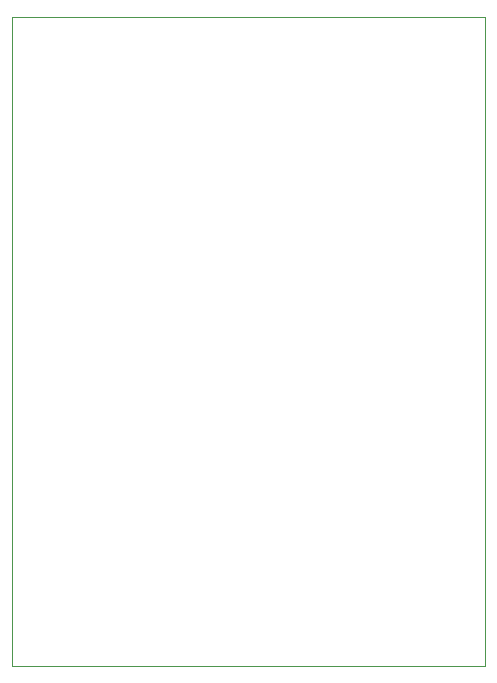
<source format=gbr>
%TF.GenerationSoftware,KiCad,Pcbnew,(6.0.11)*%
%TF.CreationDate,2024-06-23T02:22:26-05:00*%
%TF.ProjectId,BizBopWhingWhang,42697a42-6f70-4576-9869-6e675768616e,rev?*%
%TF.SameCoordinates,Original*%
%TF.FileFunction,Profile,NP*%
%FSLAX46Y46*%
G04 Gerber Fmt 4.6, Leading zero omitted, Abs format (unit mm)*
G04 Created by KiCad (PCBNEW (6.0.11)) date 2024-06-23 02:22:26*
%MOMM*%
%LPD*%
G01*
G04 APERTURE LIST*
%TA.AperFunction,Profile*%
%ADD10C,0.100000*%
%TD*%
G04 APERTURE END LIST*
D10*
X170000000Y-138000000D02*
X130000000Y-138000000D01*
X170000000Y-83000000D02*
X170000000Y-138000000D01*
X130000000Y-138000000D02*
X130000000Y-83000000D01*
X130000000Y-83000000D02*
X170000000Y-83000000D01*
M02*

</source>
